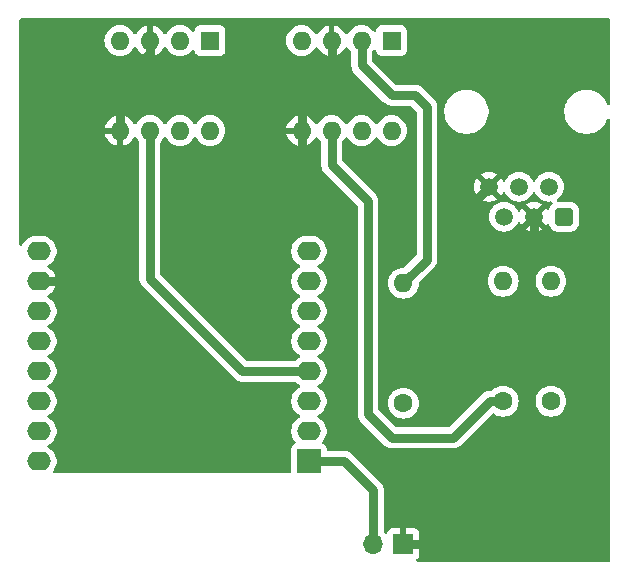
<source format=gtl>
G04 #@! TF.GenerationSoftware,KiCad,Pcbnew,8.0.5*
G04 #@! TF.CreationDate,2025-01-11T16:28:32+01:00*
G04 #@! TF.ProjectId,P1_Extender,50315f45-7874-4656-9e64-65722e6b6963,rev?*
G04 #@! TF.SameCoordinates,Original*
G04 #@! TF.FileFunction,Copper,L1,Top*
G04 #@! TF.FilePolarity,Positive*
%FSLAX46Y46*%
G04 Gerber Fmt 4.6, Leading zero omitted, Abs format (unit mm)*
G04 Created by KiCad (PCBNEW 8.0.5) date 2025-01-11 16:28:32*
%MOMM*%
%LPD*%
G01*
G04 APERTURE LIST*
G04 Aperture macros list*
%AMRoundRect*
0 Rectangle with rounded corners*
0 $1 Rounding radius*
0 $2 $3 $4 $5 $6 $7 $8 $9 X,Y pos of 4 corners*
0 Add a 4 corners polygon primitive as box body*
4,1,4,$2,$3,$4,$5,$6,$7,$8,$9,$2,$3,0*
0 Add four circle primitives for the rounded corners*
1,1,$1+$1,$2,$3*
1,1,$1+$1,$4,$5*
1,1,$1+$1,$6,$7*
1,1,$1+$1,$8,$9*
0 Add four rect primitives between the rounded corners*
20,1,$1+$1,$2,$3,$4,$5,0*
20,1,$1+$1,$4,$5,$6,$7,0*
20,1,$1+$1,$6,$7,$8,$9,0*
20,1,$1+$1,$8,$9,$2,$3,0*%
G04 Aperture macros list end*
G04 #@! TA.AperFunction,ComponentPad*
%ADD10C,1.600000*%
G04 #@! TD*
G04 #@! TA.AperFunction,ComponentPad*
%ADD11O,1.600000X1.600000*%
G04 #@! TD*
G04 #@! TA.AperFunction,ComponentPad*
%ADD12R,1.600000X1.600000*%
G04 #@! TD*
G04 #@! TA.AperFunction,ComponentPad*
%ADD13R,2.000000X2.000000*%
G04 #@! TD*
G04 #@! TA.AperFunction,ComponentPad*
%ADD14O,2.000000X1.600000*%
G04 #@! TD*
G04 #@! TA.AperFunction,ComponentPad*
%ADD15RoundRect,0.250000X0.510000X0.510000X-0.510000X0.510000X-0.510000X-0.510000X0.510000X-0.510000X0*%
G04 #@! TD*
G04 #@! TA.AperFunction,ComponentPad*
%ADD16C,1.520000*%
G04 #@! TD*
G04 #@! TA.AperFunction,ComponentPad*
%ADD17R,1.700000X1.700000*%
G04 #@! TD*
G04 #@! TA.AperFunction,ComponentPad*
%ADD18O,1.700000X1.700000*%
G04 #@! TD*
G04 #@! TA.AperFunction,Conductor*
%ADD19C,0.762000*%
G04 #@! TD*
G04 APERTURE END LIST*
D10*
X147000000Y-105080000D03*
D11*
X147000000Y-94920000D03*
D10*
X159500000Y-104910000D03*
D11*
X159500000Y-94750000D03*
D12*
X146000000Y-74380000D03*
D11*
X143460000Y-74380000D03*
X140920000Y-74380000D03*
X138380000Y-74380000D03*
X138380000Y-82000000D03*
X140920000Y-82000000D03*
X143460000Y-82000000D03*
X146000000Y-82000000D03*
D10*
X155450000Y-104910000D03*
D11*
X155450000Y-94750000D03*
D13*
X139000000Y-110000000D03*
D14*
X139000000Y-107460000D03*
X139000000Y-104920000D03*
X139000000Y-102380000D03*
X139000000Y-99840000D03*
X139000000Y-97300000D03*
X139000000Y-94760000D03*
X139000000Y-92220000D03*
X116140000Y-92220000D03*
X116140000Y-94760000D03*
X116140000Y-97300000D03*
X116140000Y-99840000D03*
X116140000Y-102380000D03*
X116140000Y-104920000D03*
X116140000Y-107460000D03*
X116140000Y-110000000D03*
D12*
X130620000Y-74380000D03*
D11*
X128080000Y-74380000D03*
X125540000Y-74380000D03*
X123000000Y-74380000D03*
X123000000Y-82000000D03*
X125540000Y-82000000D03*
X128080000Y-82000000D03*
X130620000Y-82000000D03*
D15*
X160600000Y-89290000D03*
D16*
X159330000Y-86750000D03*
X158060000Y-89290000D03*
X156790000Y-86750000D03*
X155520000Y-89290000D03*
X154250000Y-86750000D03*
D17*
X147000000Y-117000000D03*
D18*
X144460000Y-117000000D03*
D19*
X141000000Y-77000000D02*
X140920000Y-76920000D01*
X116140000Y-94760000D02*
X118240000Y-94760000D01*
X156500000Y-92500000D02*
X160500000Y-92500000D01*
X140920000Y-76920000D02*
X140920000Y-74380000D01*
X118240000Y-94760000D02*
X119000000Y-94000000D01*
X123000000Y-82000000D02*
X123000000Y-78000000D01*
X119000000Y-90000000D02*
X121000000Y-88000000D01*
X135760000Y-77000000D02*
X124000000Y-77000000D01*
X138380000Y-82000000D02*
X138380000Y-79620000D01*
X123000000Y-78000000D02*
X124000000Y-77000000D01*
X163000000Y-95000000D02*
X163000000Y-114000000D01*
X121000000Y-88000000D02*
X121000000Y-80000000D01*
X152000000Y-90000000D02*
X152000000Y-91000000D01*
X138380000Y-85380000D02*
X142000000Y-89000000D01*
X154250000Y-86750000D02*
X152000000Y-89000000D01*
X124000000Y-77000000D02*
X125540000Y-75460000D01*
X153500000Y-92500000D02*
X156500000Y-92500000D01*
X138380000Y-79620000D02*
X135760000Y-77000000D01*
X152000000Y-117000000D02*
X154000000Y-117000000D01*
X156500000Y-92500000D02*
X158060000Y-90940000D01*
X158060000Y-90940000D02*
X158060000Y-89290000D01*
X121000000Y-80000000D02*
X123000000Y-78000000D01*
X154000000Y-117000000D02*
X147000000Y-117000000D01*
X142000000Y-89000000D02*
X142000000Y-107000000D01*
X163000000Y-114000000D02*
X160000000Y-117000000D01*
X138380000Y-79620000D02*
X141000000Y-77000000D01*
X153000000Y-92000000D02*
X153500000Y-92500000D01*
X152000000Y-89000000D02*
X152000000Y-90000000D01*
X142000000Y-107000000D02*
X152000000Y-117000000D01*
X160500000Y-92500000D02*
X163000000Y-95000000D01*
X125540000Y-75460000D02*
X125540000Y-74380000D01*
X119000000Y-94000000D02*
X119000000Y-90000000D01*
X138380000Y-82000000D02*
X138380000Y-85380000D01*
X152000000Y-91000000D02*
X153000000Y-92000000D01*
X160000000Y-117000000D02*
X154000000Y-117000000D01*
X144460000Y-112460000D02*
X142000000Y-110000000D01*
X144460000Y-117000000D02*
X144460000Y-112460000D01*
X142000000Y-110000000D02*
X139000000Y-110000000D01*
X143460000Y-74380000D02*
X143460000Y-76460000D01*
X148000000Y-79000000D02*
X149000000Y-80000000D01*
X143460000Y-76460000D02*
X146000000Y-79000000D01*
X149000000Y-80000000D02*
X149000000Y-92920000D01*
X149000000Y-92920000D02*
X147000000Y-94920000D01*
X146000000Y-79000000D02*
X148000000Y-79000000D01*
X140920000Y-84920000D02*
X140920000Y-82000000D01*
X144000000Y-88000000D02*
X140920000Y-84920000D01*
X151228630Y-108000000D02*
X146000000Y-108000000D01*
X155450000Y-104910000D02*
X154318630Y-104910000D01*
X154318630Y-104910000D02*
X151228630Y-108000000D01*
X144000000Y-106000000D02*
X144000000Y-88000000D01*
X146000000Y-108000000D02*
X144000000Y-106000000D01*
X125540000Y-82000000D02*
X125540000Y-94540000D01*
X125540000Y-94540000D02*
X133380000Y-102380000D01*
X133380000Y-102380000D02*
X139000000Y-102380000D01*
G04 #@! TA.AperFunction,Conductor*
G36*
X164442539Y-72520185D02*
G01*
X164488294Y-72572989D01*
X164499500Y-72624500D01*
X164499500Y-79702911D01*
X164479815Y-79769950D01*
X164427011Y-79815705D01*
X164357853Y-79825649D01*
X164294297Y-79796624D01*
X164260939Y-79750364D01*
X164185697Y-79568714D01*
X164185692Y-79568705D01*
X164062767Y-79355792D01*
X163913101Y-79160744D01*
X163913096Y-79160738D01*
X163739261Y-78986903D01*
X163739254Y-78986897D01*
X163544212Y-78837236D01*
X163544211Y-78837235D01*
X163544208Y-78837233D01*
X163331292Y-78714306D01*
X163331285Y-78714303D01*
X163104162Y-78620225D01*
X163104155Y-78620223D01*
X163104153Y-78620222D01*
X162866677Y-78556591D01*
X162825939Y-78551227D01*
X162622934Y-78524500D01*
X162622927Y-78524500D01*
X162377073Y-78524500D01*
X162377065Y-78524500D01*
X162145059Y-78555045D01*
X162133323Y-78556591D01*
X161895847Y-78620222D01*
X161895837Y-78620225D01*
X161668714Y-78714303D01*
X161668705Y-78714307D01*
X161455787Y-78837236D01*
X161260745Y-78986897D01*
X161260738Y-78986903D01*
X161086903Y-79160738D01*
X161086897Y-79160745D01*
X160937236Y-79355787D01*
X160814307Y-79568705D01*
X160814303Y-79568714D01*
X160720225Y-79795837D01*
X160720222Y-79795847D01*
X160656592Y-80033320D01*
X160656590Y-80033331D01*
X160624500Y-80277065D01*
X160624500Y-80522934D01*
X160647093Y-80694532D01*
X160656591Y-80766677D01*
X160717832Y-80995232D01*
X160720222Y-81004152D01*
X160720225Y-81004162D01*
X160785264Y-81161179D01*
X160814306Y-81231292D01*
X160937233Y-81444208D01*
X160937235Y-81444211D01*
X160937236Y-81444212D01*
X161086897Y-81639254D01*
X161086903Y-81639261D01*
X161260738Y-81813096D01*
X161260744Y-81813101D01*
X161455792Y-81962767D01*
X161668708Y-82085694D01*
X161895847Y-82179778D01*
X162133323Y-82243409D01*
X162377073Y-82275500D01*
X162377080Y-82275500D01*
X162622920Y-82275500D01*
X162622927Y-82275500D01*
X162866677Y-82243409D01*
X163104153Y-82179778D01*
X163331292Y-82085694D01*
X163544208Y-81962767D01*
X163739256Y-81813101D01*
X163913101Y-81639256D01*
X164062767Y-81444208D01*
X164185694Y-81231292D01*
X164260939Y-81049635D01*
X164304780Y-80995232D01*
X164371074Y-80973167D01*
X164438773Y-80990446D01*
X164486384Y-81041583D01*
X164499500Y-81097088D01*
X164499500Y-118375500D01*
X164479815Y-118442539D01*
X164427011Y-118488294D01*
X164375500Y-118499500D01*
X148189269Y-118499500D01*
X148122230Y-118479815D01*
X148076475Y-118427011D01*
X148066531Y-118357853D01*
X148095556Y-118294297D01*
X148114958Y-118276234D01*
X148207187Y-118207190D01*
X148207190Y-118207187D01*
X148293350Y-118092093D01*
X148293354Y-118092086D01*
X148343596Y-117957379D01*
X148343598Y-117957372D01*
X148349999Y-117897844D01*
X148350000Y-117897827D01*
X148350000Y-117250000D01*
X147433012Y-117250000D01*
X147465925Y-117192993D01*
X147500000Y-117065826D01*
X147500000Y-116934174D01*
X147465925Y-116807007D01*
X147433012Y-116750000D01*
X148350000Y-116750000D01*
X148350000Y-116102172D01*
X148349999Y-116102155D01*
X148343598Y-116042627D01*
X148343596Y-116042620D01*
X148293354Y-115907913D01*
X148293350Y-115907906D01*
X148207190Y-115792812D01*
X148207187Y-115792809D01*
X148092093Y-115706649D01*
X148092086Y-115706645D01*
X147957379Y-115656403D01*
X147957372Y-115656401D01*
X147897844Y-115650000D01*
X147250000Y-115650000D01*
X147250000Y-116566988D01*
X147192993Y-116534075D01*
X147065826Y-116500000D01*
X146934174Y-116500000D01*
X146807007Y-116534075D01*
X146750000Y-116566988D01*
X146750000Y-115650000D01*
X146102155Y-115650000D01*
X146042627Y-115656401D01*
X146042620Y-115656403D01*
X145907913Y-115706645D01*
X145907906Y-115706649D01*
X145792812Y-115792809D01*
X145792809Y-115792812D01*
X145706649Y-115907906D01*
X145706645Y-115907913D01*
X145657578Y-116039470D01*
X145615707Y-116095404D01*
X145550242Y-116119821D01*
X145481969Y-116104969D01*
X145453715Y-116083818D01*
X145377819Y-116007922D01*
X145344334Y-115946599D01*
X145341500Y-115920241D01*
X145341500Y-112373177D01*
X145307625Y-112202881D01*
X145307624Y-112202880D01*
X145307624Y-112202876D01*
X145307622Y-112202871D01*
X145241178Y-112042459D01*
X145241171Y-112042446D01*
X145144707Y-111898078D01*
X145144706Y-111898077D01*
X145021923Y-111775294D01*
X142561927Y-109315296D01*
X142561926Y-109315295D01*
X142417543Y-109218822D01*
X142257128Y-109152377D01*
X142257118Y-109152374D01*
X142086823Y-109118500D01*
X142086821Y-109118500D01*
X142086820Y-109118500D01*
X140624499Y-109118500D01*
X140557460Y-109098815D01*
X140511705Y-109046011D01*
X140500499Y-108994500D01*
X140500499Y-108952129D01*
X140500498Y-108952123D01*
X140500497Y-108952116D01*
X140494091Y-108892517D01*
X140492299Y-108887713D01*
X140443797Y-108757671D01*
X140443793Y-108757664D01*
X140357547Y-108642455D01*
X140357544Y-108642452D01*
X140242335Y-108556206D01*
X140242330Y-108556203D01*
X140205083Y-108542311D01*
X140149150Y-108500439D01*
X140124733Y-108434975D01*
X140139585Y-108366702D01*
X140160731Y-108338453D01*
X140191966Y-108307219D01*
X140312287Y-108141610D01*
X140405220Y-107959219D01*
X140468477Y-107764534D01*
X140500500Y-107562352D01*
X140500500Y-107357648D01*
X140468477Y-107155466D01*
X140405220Y-106960781D01*
X140405218Y-106960778D01*
X140405218Y-106960776D01*
X140371503Y-106894607D01*
X140312287Y-106778390D01*
X140304556Y-106767749D01*
X140191971Y-106612786D01*
X140047213Y-106468028D01*
X139881614Y-106347715D01*
X139875006Y-106344348D01*
X139788917Y-106300483D01*
X139738123Y-106252511D01*
X139721328Y-106184690D01*
X139743865Y-106118555D01*
X139788917Y-106079516D01*
X139881610Y-106032287D01*
X139902770Y-106016913D01*
X140047213Y-105911971D01*
X140047215Y-105911968D01*
X140047219Y-105911966D01*
X140191966Y-105767219D01*
X140191968Y-105767215D01*
X140191971Y-105767213D01*
X140288122Y-105634870D01*
X140312287Y-105601610D01*
X140405220Y-105419219D01*
X140468477Y-105224534D01*
X140500500Y-105022352D01*
X140500500Y-104817648D01*
X140468477Y-104615466D01*
X140405220Y-104420781D01*
X140405218Y-104420778D01*
X140405218Y-104420776D01*
X140321905Y-104257267D01*
X140312287Y-104238390D01*
X140302772Y-104225294D01*
X140191971Y-104072786D01*
X140047213Y-103928028D01*
X139881614Y-103807715D01*
X139826105Y-103779432D01*
X139788917Y-103760483D01*
X139738123Y-103712511D01*
X139721328Y-103644690D01*
X139743865Y-103578555D01*
X139788917Y-103539516D01*
X139881610Y-103492287D01*
X139902770Y-103476913D01*
X140047213Y-103371971D01*
X140047215Y-103371968D01*
X140047219Y-103371966D01*
X140191966Y-103227219D01*
X140191968Y-103227215D01*
X140191971Y-103227213D01*
X140310038Y-103064705D01*
X140312287Y-103061610D01*
X140405220Y-102879219D01*
X140468477Y-102684534D01*
X140500500Y-102482352D01*
X140500500Y-102277648D01*
X140468477Y-102075466D01*
X140405220Y-101880781D01*
X140405218Y-101880778D01*
X140405218Y-101880776D01*
X140371503Y-101814607D01*
X140312287Y-101698390D01*
X140304556Y-101687749D01*
X140191971Y-101532786D01*
X140047213Y-101388028D01*
X139881614Y-101267715D01*
X139875006Y-101264348D01*
X139788917Y-101220483D01*
X139738123Y-101172511D01*
X139721328Y-101104690D01*
X139743865Y-101038555D01*
X139788917Y-100999516D01*
X139881610Y-100952287D01*
X139902770Y-100936913D01*
X140047213Y-100831971D01*
X140047215Y-100831968D01*
X140047219Y-100831966D01*
X140191966Y-100687219D01*
X140191968Y-100687215D01*
X140191971Y-100687213D01*
X140244732Y-100614590D01*
X140312287Y-100521610D01*
X140405220Y-100339219D01*
X140468477Y-100144534D01*
X140500500Y-99942352D01*
X140500500Y-99737648D01*
X140468477Y-99535466D01*
X140405220Y-99340781D01*
X140405218Y-99340778D01*
X140405218Y-99340776D01*
X140371503Y-99274607D01*
X140312287Y-99158390D01*
X140304556Y-99147749D01*
X140191971Y-98992786D01*
X140047213Y-98848028D01*
X139881614Y-98727715D01*
X139875006Y-98724348D01*
X139788917Y-98680483D01*
X139738123Y-98632511D01*
X139721328Y-98564690D01*
X139743865Y-98498555D01*
X139788917Y-98459516D01*
X139881610Y-98412287D01*
X139902770Y-98396913D01*
X140047213Y-98291971D01*
X140047215Y-98291968D01*
X140047219Y-98291966D01*
X140191966Y-98147219D01*
X140191968Y-98147215D01*
X140191971Y-98147213D01*
X140244732Y-98074590D01*
X140312287Y-97981610D01*
X140405220Y-97799219D01*
X140468477Y-97604534D01*
X140500500Y-97402352D01*
X140500500Y-97197648D01*
X140468477Y-96995466D01*
X140405220Y-96800781D01*
X140405218Y-96800778D01*
X140405218Y-96800776D01*
X140371503Y-96734607D01*
X140312287Y-96618390D01*
X140304556Y-96607749D01*
X140191971Y-96452786D01*
X140047213Y-96308028D01*
X139881614Y-96187715D01*
X139875006Y-96184348D01*
X139788917Y-96140483D01*
X139738123Y-96092511D01*
X139721328Y-96024690D01*
X139743865Y-95958555D01*
X139788917Y-95919516D01*
X139881610Y-95872287D01*
X139902770Y-95856913D01*
X140047213Y-95751971D01*
X140047215Y-95751968D01*
X140047219Y-95751966D01*
X140191966Y-95607219D01*
X140191968Y-95607215D01*
X140191971Y-95607213D01*
X140244732Y-95534590D01*
X140312287Y-95441610D01*
X140405220Y-95259219D01*
X140468477Y-95064534D01*
X140500500Y-94862352D01*
X140500500Y-94657648D01*
X140478889Y-94521206D01*
X140468477Y-94455465D01*
X140419104Y-94303511D01*
X140405220Y-94260781D01*
X140405218Y-94260778D01*
X140405218Y-94260776D01*
X140348706Y-94149866D01*
X140312287Y-94078390D01*
X140304556Y-94067749D01*
X140191971Y-93912786D01*
X140047213Y-93768028D01*
X139881614Y-93647715D01*
X139826105Y-93619432D01*
X139788917Y-93600483D01*
X139738123Y-93552511D01*
X139721328Y-93484690D01*
X139743865Y-93418555D01*
X139788917Y-93379516D01*
X139881610Y-93332287D01*
X139902770Y-93316913D01*
X140047213Y-93211971D01*
X140047215Y-93211968D01*
X140047219Y-93211966D01*
X140191966Y-93067219D01*
X140191968Y-93067215D01*
X140191971Y-93067213D01*
X140244732Y-92994590D01*
X140312287Y-92901610D01*
X140405220Y-92719219D01*
X140468477Y-92524534D01*
X140500500Y-92322352D01*
X140500500Y-92117648D01*
X140468477Y-91915466D01*
X140405220Y-91720781D01*
X140405218Y-91720778D01*
X140405218Y-91720776D01*
X140371503Y-91654607D01*
X140312287Y-91538390D01*
X140304556Y-91527749D01*
X140191971Y-91372786D01*
X140047213Y-91228028D01*
X139881613Y-91107715D01*
X139881612Y-91107714D01*
X139881610Y-91107713D01*
X139824653Y-91078691D01*
X139699223Y-91014781D01*
X139504534Y-90951522D01*
X139329995Y-90923878D01*
X139302352Y-90919500D01*
X138697648Y-90919500D01*
X138673329Y-90923351D01*
X138495465Y-90951522D01*
X138300776Y-91014781D01*
X138118386Y-91107715D01*
X137952786Y-91228028D01*
X137808028Y-91372786D01*
X137687715Y-91538386D01*
X137594781Y-91720776D01*
X137531522Y-91915465D01*
X137499500Y-92117648D01*
X137499500Y-92322351D01*
X137531522Y-92524534D01*
X137594781Y-92719223D01*
X137687715Y-92901613D01*
X137808028Y-93067213D01*
X137952786Y-93211971D01*
X138107749Y-93324556D01*
X138118390Y-93332287D01*
X138209840Y-93378883D01*
X138211080Y-93379515D01*
X138261876Y-93427490D01*
X138278671Y-93495311D01*
X138256134Y-93561446D01*
X138211080Y-93600485D01*
X138118386Y-93647715D01*
X137952786Y-93768028D01*
X137808028Y-93912786D01*
X137687715Y-94078386D01*
X137594781Y-94260776D01*
X137531522Y-94455465D01*
X137499500Y-94657648D01*
X137499500Y-94862351D01*
X137531522Y-95064534D01*
X137594781Y-95259223D01*
X137687715Y-95441613D01*
X137808028Y-95607213D01*
X137952786Y-95751971D01*
X138107749Y-95864556D01*
X138118390Y-95872287D01*
X138209840Y-95918883D01*
X138211080Y-95919515D01*
X138261876Y-95967490D01*
X138278671Y-96035311D01*
X138256134Y-96101446D01*
X138211080Y-96140485D01*
X138118386Y-96187715D01*
X137952786Y-96308028D01*
X137808028Y-96452786D01*
X137687715Y-96618386D01*
X137594781Y-96800776D01*
X137531522Y-96995465D01*
X137499500Y-97197648D01*
X137499500Y-97402351D01*
X137531522Y-97604534D01*
X137594781Y-97799223D01*
X137687715Y-97981613D01*
X137808028Y-98147213D01*
X137952786Y-98291971D01*
X138107749Y-98404556D01*
X138118390Y-98412287D01*
X138209840Y-98458883D01*
X138211080Y-98459515D01*
X138261876Y-98507490D01*
X138278671Y-98575311D01*
X138256134Y-98641446D01*
X138211080Y-98680485D01*
X138118386Y-98727715D01*
X137952786Y-98848028D01*
X137808028Y-98992786D01*
X137687715Y-99158386D01*
X137594781Y-99340776D01*
X137531522Y-99535465D01*
X137499500Y-99737648D01*
X137499500Y-99942351D01*
X137531522Y-100144534D01*
X137594781Y-100339223D01*
X137687715Y-100521613D01*
X137808028Y-100687213D01*
X137952786Y-100831971D01*
X138107749Y-100944556D01*
X138118390Y-100952287D01*
X138209840Y-100998883D01*
X138211080Y-100999515D01*
X138261876Y-101047490D01*
X138278671Y-101115311D01*
X138256134Y-101181446D01*
X138211080Y-101220485D01*
X138118386Y-101267715D01*
X137952786Y-101388028D01*
X137952782Y-101388032D01*
X137878634Y-101462181D01*
X137817311Y-101495666D01*
X137790953Y-101498500D01*
X133796491Y-101498500D01*
X133729452Y-101478815D01*
X133708810Y-101462181D01*
X126457819Y-94211189D01*
X126424334Y-94149866D01*
X126421500Y-94123508D01*
X126421500Y-83009048D01*
X126441185Y-82942009D01*
X126457814Y-82921371D01*
X126540047Y-82839139D01*
X126670568Y-82652734D01*
X126697618Y-82594724D01*
X126743790Y-82542285D01*
X126810983Y-82523133D01*
X126877865Y-82543348D01*
X126922382Y-82594725D01*
X126949429Y-82652728D01*
X126949432Y-82652734D01*
X127079954Y-82839141D01*
X127240858Y-83000045D01*
X127240861Y-83000047D01*
X127427266Y-83130568D01*
X127633504Y-83226739D01*
X127853308Y-83285635D01*
X128015230Y-83299801D01*
X128079998Y-83305468D01*
X128080000Y-83305468D01*
X128080002Y-83305468D01*
X128136673Y-83300509D01*
X128306692Y-83285635D01*
X128526496Y-83226739D01*
X128732734Y-83130568D01*
X128919139Y-83000047D01*
X129080047Y-82839139D01*
X129210568Y-82652734D01*
X129237618Y-82594724D01*
X129283790Y-82542285D01*
X129350983Y-82523133D01*
X129417865Y-82543348D01*
X129462382Y-82594725D01*
X129489429Y-82652728D01*
X129489432Y-82652734D01*
X129619954Y-82839141D01*
X129780858Y-83000045D01*
X129780861Y-83000047D01*
X129967266Y-83130568D01*
X130173504Y-83226739D01*
X130393308Y-83285635D01*
X130555230Y-83299801D01*
X130619998Y-83305468D01*
X130620000Y-83305468D01*
X130620002Y-83305468D01*
X130676673Y-83300509D01*
X130846692Y-83285635D01*
X131066496Y-83226739D01*
X131272734Y-83130568D01*
X131459139Y-83000047D01*
X131620047Y-82839139D01*
X131750568Y-82652734D01*
X131846739Y-82446496D01*
X131905635Y-82226692D01*
X131925468Y-82000000D01*
X131905635Y-81773308D01*
X131899389Y-81749999D01*
X137101127Y-81749999D01*
X137101128Y-81750000D01*
X138064314Y-81750000D01*
X138059920Y-81754394D01*
X138007259Y-81845606D01*
X137980000Y-81947339D01*
X137980000Y-82052661D01*
X138007259Y-82154394D01*
X138059920Y-82245606D01*
X138064314Y-82250000D01*
X137101128Y-82250000D01*
X137153730Y-82446317D01*
X137153734Y-82446326D01*
X137249865Y-82652482D01*
X137380342Y-82838820D01*
X137541179Y-82999657D01*
X137727517Y-83130134D01*
X137933673Y-83226265D01*
X137933682Y-83226269D01*
X138129999Y-83278872D01*
X138130000Y-83278871D01*
X138130000Y-82315686D01*
X138134394Y-82320080D01*
X138225606Y-82372741D01*
X138327339Y-82400000D01*
X138432661Y-82400000D01*
X138534394Y-82372741D01*
X138625606Y-82320080D01*
X138630000Y-82315686D01*
X138630000Y-83278872D01*
X138826317Y-83226269D01*
X138826326Y-83226265D01*
X139032482Y-83130134D01*
X139218820Y-82999657D01*
X139379657Y-82838820D01*
X139510132Y-82652484D01*
X139537341Y-82594134D01*
X139583513Y-82541695D01*
X139650707Y-82522542D01*
X139717588Y-82542757D01*
X139762106Y-82594133D01*
X139789431Y-82652732D01*
X139789432Y-82652734D01*
X139919951Y-82839137D01*
X139919952Y-82839138D01*
X139919953Y-82839139D01*
X140002182Y-82921368D01*
X140035666Y-82982689D01*
X140038500Y-83009048D01*
X140038500Y-84833179D01*
X140038500Y-85006821D01*
X140038500Y-85006823D01*
X140038499Y-85006823D01*
X140072374Y-85177118D01*
X140072377Y-85177128D01*
X140138822Y-85337543D01*
X140235295Y-85481926D01*
X140235296Y-85481927D01*
X143082181Y-88328810D01*
X143115666Y-88390133D01*
X143118500Y-88416491D01*
X143118500Y-105913179D01*
X143118500Y-106086821D01*
X143118500Y-106086823D01*
X143118499Y-106086823D01*
X143152374Y-106257118D01*
X143152377Y-106257128D01*
X143218822Y-106417543D01*
X143315295Y-106561926D01*
X145438073Y-108684704D01*
X145582456Y-108781177D01*
X145742871Y-108847622D01*
X145742876Y-108847624D01*
X145742880Y-108847624D01*
X145742881Y-108847625D01*
X145913176Y-108881500D01*
X145913179Y-108881500D01*
X151315453Y-108881500D01*
X151430023Y-108858709D01*
X151485754Y-108847624D01*
X151565965Y-108814399D01*
X151646173Y-108781177D01*
X151646174Y-108781176D01*
X151646177Y-108781175D01*
X151790554Y-108684706D01*
X154510441Y-105964818D01*
X154571762Y-105931335D01*
X154641454Y-105936319D01*
X154669242Y-105950925D01*
X154797266Y-106040568D01*
X155003504Y-106136739D01*
X155223308Y-106195635D01*
X155385230Y-106209801D01*
X155449998Y-106215468D01*
X155450000Y-106215468D01*
X155450002Y-106215468D01*
X155506673Y-106210509D01*
X155676692Y-106195635D01*
X155896496Y-106136739D01*
X156102734Y-106040568D01*
X156289139Y-105910047D01*
X156450047Y-105749139D01*
X156580568Y-105562734D01*
X156676739Y-105356496D01*
X156735635Y-105136692D01*
X156755468Y-104910000D01*
X156755468Y-104909998D01*
X158194532Y-104909998D01*
X158194532Y-104910001D01*
X158214364Y-105136686D01*
X158214366Y-105136697D01*
X158273258Y-105356488D01*
X158273261Y-105356497D01*
X158369431Y-105562732D01*
X158369432Y-105562734D01*
X158499954Y-105749141D01*
X158660858Y-105910045D01*
X158660861Y-105910047D01*
X158847266Y-106040568D01*
X159053504Y-106136739D01*
X159273308Y-106195635D01*
X159435230Y-106209801D01*
X159499998Y-106215468D01*
X159500000Y-106215468D01*
X159500002Y-106215468D01*
X159556673Y-106210509D01*
X159726692Y-106195635D01*
X159946496Y-106136739D01*
X160152734Y-106040568D01*
X160339139Y-105910047D01*
X160500047Y-105749139D01*
X160630568Y-105562734D01*
X160726739Y-105356496D01*
X160785635Y-105136692D01*
X160805468Y-104910000D01*
X160785635Y-104683308D01*
X160726739Y-104463504D01*
X160630568Y-104257266D01*
X160500047Y-104070861D01*
X160500045Y-104070858D01*
X160339141Y-103909954D01*
X160152734Y-103779432D01*
X160152732Y-103779431D01*
X159946497Y-103683261D01*
X159946488Y-103683258D01*
X159726697Y-103624366D01*
X159726693Y-103624365D01*
X159726692Y-103624365D01*
X159726691Y-103624364D01*
X159726686Y-103624364D01*
X159500002Y-103604532D01*
X159499998Y-103604532D01*
X159273313Y-103624364D01*
X159273302Y-103624366D01*
X159053511Y-103683258D01*
X159053502Y-103683261D01*
X158847267Y-103779431D01*
X158847265Y-103779432D01*
X158660858Y-103909954D01*
X158499954Y-104070858D01*
X158369432Y-104257265D01*
X158369431Y-104257267D01*
X158273261Y-104463502D01*
X158273258Y-104463511D01*
X158214366Y-104683302D01*
X158214364Y-104683313D01*
X158194532Y-104909998D01*
X156755468Y-104909998D01*
X156735635Y-104683308D01*
X156676739Y-104463504D01*
X156580568Y-104257266D01*
X156450047Y-104070861D01*
X156450045Y-104070858D01*
X156289141Y-103909954D01*
X156102734Y-103779432D01*
X156102732Y-103779431D01*
X155896497Y-103683261D01*
X155896488Y-103683258D01*
X155676697Y-103624366D01*
X155676693Y-103624365D01*
X155676692Y-103624365D01*
X155676691Y-103624364D01*
X155676686Y-103624364D01*
X155450002Y-103604532D01*
X155449998Y-103604532D01*
X155223313Y-103624364D01*
X155223302Y-103624366D01*
X155003511Y-103683258D01*
X155003502Y-103683261D01*
X154797267Y-103779431D01*
X154797265Y-103779432D01*
X154610862Y-103909951D01*
X154571383Y-103949431D01*
X154528631Y-103992182D01*
X154467311Y-104025666D01*
X154440952Y-104028500D01*
X154231804Y-104028500D01*
X154061513Y-104062373D01*
X154061505Y-104062375D01*
X153948070Y-104109362D01*
X153948069Y-104109362D01*
X153901090Y-104128821D01*
X153901085Y-104128823D01*
X153901083Y-104128825D01*
X153880214Y-104142768D01*
X153880074Y-104142863D01*
X153880073Y-104142862D01*
X153756703Y-104225295D01*
X153756700Y-104225298D01*
X150899819Y-107082181D01*
X150838496Y-107115666D01*
X150812138Y-107118500D01*
X146416492Y-107118500D01*
X146349453Y-107098815D01*
X146328811Y-107082181D01*
X144917819Y-105671189D01*
X144884334Y-105609866D01*
X144881500Y-105583508D01*
X144881500Y-105079998D01*
X145694532Y-105079998D01*
X145694532Y-105080001D01*
X145714364Y-105306686D01*
X145714366Y-105306697D01*
X145773258Y-105526488D01*
X145773261Y-105526497D01*
X145869431Y-105732732D01*
X145869432Y-105732734D01*
X145999954Y-105919141D01*
X146160858Y-106080045D01*
X146160861Y-106080047D01*
X146347266Y-106210568D01*
X146553504Y-106306739D01*
X146773308Y-106365635D01*
X146935230Y-106379801D01*
X146999998Y-106385468D01*
X147000000Y-106385468D01*
X147000002Y-106385468D01*
X147056673Y-106380509D01*
X147226692Y-106365635D01*
X147446496Y-106306739D01*
X147652734Y-106210568D01*
X147839139Y-106080047D01*
X148000047Y-105919139D01*
X148130568Y-105732734D01*
X148226739Y-105526496D01*
X148285635Y-105306692D01*
X148305468Y-105080000D01*
X148285635Y-104853308D01*
X148226739Y-104633504D01*
X148130568Y-104427266D01*
X148000047Y-104240861D01*
X148000045Y-104240858D01*
X147839141Y-104079954D01*
X147652734Y-103949432D01*
X147652732Y-103949431D01*
X147446497Y-103853261D01*
X147446488Y-103853258D01*
X147226697Y-103794366D01*
X147226693Y-103794365D01*
X147226692Y-103794365D01*
X147226691Y-103794364D01*
X147226686Y-103794364D01*
X147000002Y-103774532D01*
X146999998Y-103774532D01*
X146773313Y-103794364D01*
X146773302Y-103794366D01*
X146553511Y-103853258D01*
X146553502Y-103853261D01*
X146347267Y-103949431D01*
X146347265Y-103949432D01*
X146160858Y-104079954D01*
X145999954Y-104240858D01*
X145869432Y-104427265D01*
X145869431Y-104427267D01*
X145773261Y-104633502D01*
X145773258Y-104633511D01*
X145714366Y-104853302D01*
X145714364Y-104853313D01*
X145694532Y-105079998D01*
X144881500Y-105079998D01*
X144881500Y-87913178D01*
X144881499Y-87913174D01*
X144868097Y-87845796D01*
X144847625Y-87742876D01*
X144783499Y-87588065D01*
X144781856Y-87583473D01*
X144781175Y-87582453D01*
X144684706Y-87438077D01*
X144561923Y-87315294D01*
X143299876Y-86053247D01*
X141837819Y-84591189D01*
X141804334Y-84529866D01*
X141801500Y-84503508D01*
X141801500Y-83009048D01*
X141821185Y-82942009D01*
X141837814Y-82921371D01*
X141920047Y-82839139D01*
X142050568Y-82652734D01*
X142077618Y-82594724D01*
X142123790Y-82542285D01*
X142190983Y-82523133D01*
X142257865Y-82543348D01*
X142302382Y-82594725D01*
X142329429Y-82652728D01*
X142329432Y-82652734D01*
X142459954Y-82839141D01*
X142620858Y-83000045D01*
X142620861Y-83000047D01*
X142807266Y-83130568D01*
X143013504Y-83226739D01*
X143233308Y-83285635D01*
X143395230Y-83299801D01*
X143459998Y-83305468D01*
X143460000Y-83305468D01*
X143460002Y-83305468D01*
X143516673Y-83300509D01*
X143686692Y-83285635D01*
X143906496Y-83226739D01*
X144112734Y-83130568D01*
X144299139Y-83000047D01*
X144460047Y-82839139D01*
X144590568Y-82652734D01*
X144617618Y-82594724D01*
X144663790Y-82542285D01*
X144730983Y-82523133D01*
X144797865Y-82543348D01*
X144842382Y-82594725D01*
X144869429Y-82652728D01*
X144869432Y-82652734D01*
X144999954Y-82839141D01*
X145160858Y-83000045D01*
X145160861Y-83000047D01*
X145347266Y-83130568D01*
X145553504Y-83226739D01*
X145773308Y-83285635D01*
X145935230Y-83299801D01*
X145999998Y-83305468D01*
X146000000Y-83305468D01*
X146000002Y-83305468D01*
X146056673Y-83300509D01*
X146226692Y-83285635D01*
X146446496Y-83226739D01*
X146652734Y-83130568D01*
X146839139Y-83000047D01*
X147000047Y-82839139D01*
X147130568Y-82652734D01*
X147226739Y-82446496D01*
X147285635Y-82226692D01*
X147305468Y-82000000D01*
X147285635Y-81773308D01*
X147226739Y-81553504D01*
X147130568Y-81347266D01*
X147000047Y-81160861D01*
X147000045Y-81160858D01*
X146839141Y-80999954D01*
X146652734Y-80869432D01*
X146652732Y-80869431D01*
X146446497Y-80773261D01*
X146446488Y-80773258D01*
X146226697Y-80714366D01*
X146226693Y-80714365D01*
X146226692Y-80714365D01*
X146226691Y-80714364D01*
X146226686Y-80714364D01*
X146000002Y-80694532D01*
X145999998Y-80694532D01*
X145773313Y-80714364D01*
X145773302Y-80714366D01*
X145553511Y-80773258D01*
X145553502Y-80773261D01*
X145347267Y-80869431D01*
X145347265Y-80869432D01*
X145160858Y-80999954D01*
X144999954Y-81160858D01*
X144869432Y-81347265D01*
X144869431Y-81347267D01*
X144842382Y-81405275D01*
X144796209Y-81457714D01*
X144729016Y-81476866D01*
X144662135Y-81456650D01*
X144617618Y-81405275D01*
X144590686Y-81347520D01*
X144590568Y-81347266D01*
X144460047Y-81160861D01*
X144460045Y-81160858D01*
X144299141Y-80999954D01*
X144112734Y-80869432D01*
X144112732Y-80869431D01*
X143906497Y-80773261D01*
X143906488Y-80773258D01*
X143686697Y-80714366D01*
X143686693Y-80714365D01*
X143686692Y-80714365D01*
X143686691Y-80714364D01*
X143686686Y-80714364D01*
X143460002Y-80694532D01*
X143459998Y-80694532D01*
X143233313Y-80714364D01*
X143233302Y-80714366D01*
X143013511Y-80773258D01*
X143013502Y-80773261D01*
X142807267Y-80869431D01*
X142807265Y-80869432D01*
X142620858Y-80999954D01*
X142459954Y-81160858D01*
X142329432Y-81347265D01*
X142329431Y-81347267D01*
X142302382Y-81405275D01*
X142256209Y-81457714D01*
X142189016Y-81476866D01*
X142122135Y-81456650D01*
X142077618Y-81405275D01*
X142050686Y-81347520D01*
X142050568Y-81347266D01*
X141920047Y-81160861D01*
X141920045Y-81160858D01*
X141759141Y-80999954D01*
X141572734Y-80869432D01*
X141572732Y-80869431D01*
X141366497Y-80773261D01*
X141366488Y-80773258D01*
X141146697Y-80714366D01*
X141146693Y-80714365D01*
X141146692Y-80714365D01*
X141146691Y-80714364D01*
X141146686Y-80714364D01*
X140920002Y-80694532D01*
X140919998Y-80694532D01*
X140693313Y-80714364D01*
X140693302Y-80714366D01*
X140473511Y-80773258D01*
X140473502Y-80773261D01*
X140267267Y-80869431D01*
X140267265Y-80869432D01*
X140080858Y-80999954D01*
X139919954Y-81160858D01*
X139789433Y-81347264D01*
X139789432Y-81347266D01*
X139789315Y-81347518D01*
X139762106Y-81405867D01*
X139715933Y-81458306D01*
X139648739Y-81477457D01*
X139581858Y-81457241D01*
X139537342Y-81405865D01*
X139510135Y-81347520D01*
X139510134Y-81347518D01*
X139379657Y-81161179D01*
X139218820Y-81000342D01*
X139032482Y-80869865D01*
X138826328Y-80773734D01*
X138630000Y-80721127D01*
X138630000Y-81684314D01*
X138625606Y-81679920D01*
X138534394Y-81627259D01*
X138432661Y-81600000D01*
X138327339Y-81600000D01*
X138225606Y-81627259D01*
X138134394Y-81679920D01*
X138130000Y-81684314D01*
X138130000Y-80721127D01*
X137933671Y-80773734D01*
X137727517Y-80869865D01*
X137541179Y-81000342D01*
X137380342Y-81161179D01*
X137249865Y-81347517D01*
X137153734Y-81553673D01*
X137153730Y-81553682D01*
X137101127Y-81749999D01*
X131899389Y-81749999D01*
X131846739Y-81553504D01*
X131750568Y-81347266D01*
X131620047Y-81160861D01*
X131620045Y-81160858D01*
X131459141Y-80999954D01*
X131272734Y-80869432D01*
X131272732Y-80869431D01*
X131066497Y-80773261D01*
X131066488Y-80773258D01*
X130846697Y-80714366D01*
X130846693Y-80714365D01*
X130846692Y-80714365D01*
X130846691Y-80714364D01*
X130846686Y-80714364D01*
X130620002Y-80694532D01*
X130619998Y-80694532D01*
X130393313Y-80714364D01*
X130393302Y-80714366D01*
X130173511Y-80773258D01*
X130173502Y-80773261D01*
X129967267Y-80869431D01*
X129967265Y-80869432D01*
X129780858Y-80999954D01*
X129619954Y-81160858D01*
X129489432Y-81347265D01*
X129489431Y-81347267D01*
X129462382Y-81405275D01*
X129416209Y-81457714D01*
X129349016Y-81476866D01*
X129282135Y-81456650D01*
X129237618Y-81405275D01*
X129210686Y-81347520D01*
X129210568Y-81347266D01*
X129080047Y-81160861D01*
X129080045Y-81160858D01*
X128919141Y-80999954D01*
X128732734Y-80869432D01*
X128732732Y-80869431D01*
X128526497Y-80773261D01*
X128526488Y-80773258D01*
X128306697Y-80714366D01*
X128306693Y-80714365D01*
X128306692Y-80714365D01*
X128306691Y-80714364D01*
X128306686Y-80714364D01*
X128080002Y-80694532D01*
X128079998Y-80694532D01*
X127853313Y-80714364D01*
X127853302Y-80714366D01*
X127633511Y-80773258D01*
X127633502Y-80773261D01*
X127427267Y-80869431D01*
X127427265Y-80869432D01*
X127240858Y-80999954D01*
X127079954Y-81160858D01*
X126949432Y-81347265D01*
X126949431Y-81347267D01*
X126922382Y-81405275D01*
X126876209Y-81457714D01*
X126809016Y-81476866D01*
X126742135Y-81456650D01*
X126697618Y-81405275D01*
X126670686Y-81347520D01*
X126670568Y-81347266D01*
X126540047Y-81160861D01*
X126540045Y-81160858D01*
X126379141Y-80999954D01*
X126192734Y-80869432D01*
X126192732Y-80869431D01*
X125986497Y-80773261D01*
X125986488Y-80773258D01*
X125766697Y-80714366D01*
X125766693Y-80714365D01*
X125766692Y-80714365D01*
X125766691Y-80714364D01*
X125766686Y-80714364D01*
X125540002Y-80694532D01*
X125539998Y-80694532D01*
X125313313Y-80714364D01*
X125313302Y-80714366D01*
X125093511Y-80773258D01*
X125093502Y-80773261D01*
X124887267Y-80869431D01*
X124887265Y-80869432D01*
X124700858Y-80999954D01*
X124539954Y-81160858D01*
X124409433Y-81347264D01*
X124409432Y-81347266D01*
X124409315Y-81347518D01*
X124382106Y-81405867D01*
X124335933Y-81458306D01*
X124268739Y-81477457D01*
X124201858Y-81457241D01*
X124157342Y-81405865D01*
X124130135Y-81347520D01*
X124130134Y-81347518D01*
X123999657Y-81161179D01*
X123838820Y-81000342D01*
X123652482Y-80869865D01*
X123446328Y-80773734D01*
X123250000Y-80721127D01*
X123250000Y-81684314D01*
X123245606Y-81679920D01*
X123154394Y-81627259D01*
X123052661Y-81600000D01*
X122947339Y-81600000D01*
X122845606Y-81627259D01*
X122754394Y-81679920D01*
X122750000Y-81684314D01*
X122750000Y-80721127D01*
X122553671Y-80773734D01*
X122347517Y-80869865D01*
X122161179Y-81000342D01*
X122000342Y-81161179D01*
X121869865Y-81347517D01*
X121773734Y-81553673D01*
X121773730Y-81553682D01*
X121721127Y-81749999D01*
X121721128Y-81750000D01*
X122684314Y-81750000D01*
X122679920Y-81754394D01*
X122627259Y-81845606D01*
X122600000Y-81947339D01*
X122600000Y-82052661D01*
X122627259Y-82154394D01*
X122679920Y-82245606D01*
X122684314Y-82250000D01*
X121721128Y-82250000D01*
X121773730Y-82446317D01*
X121773734Y-82446326D01*
X121869865Y-82652482D01*
X122000342Y-82838820D01*
X122161179Y-82999657D01*
X122347517Y-83130134D01*
X122553673Y-83226265D01*
X122553682Y-83226269D01*
X122749999Y-83278872D01*
X122750000Y-83278871D01*
X122750000Y-82315686D01*
X122754394Y-82320080D01*
X122845606Y-82372741D01*
X122947339Y-82400000D01*
X123052661Y-82400000D01*
X123154394Y-82372741D01*
X123245606Y-82320080D01*
X123250000Y-82315686D01*
X123250000Y-83278872D01*
X123446317Y-83226269D01*
X123446326Y-83226265D01*
X123652482Y-83130134D01*
X123838820Y-82999657D01*
X123999657Y-82838820D01*
X124130132Y-82652484D01*
X124157341Y-82594134D01*
X124203513Y-82541695D01*
X124270707Y-82522542D01*
X124337588Y-82542757D01*
X124382106Y-82594133D01*
X124409431Y-82652732D01*
X124409432Y-82652734D01*
X124539951Y-82839137D01*
X124539952Y-82839138D01*
X124539953Y-82839139D01*
X124622182Y-82921368D01*
X124655666Y-82982689D01*
X124658500Y-83009048D01*
X124658500Y-94453179D01*
X124658500Y-94626821D01*
X124658500Y-94626823D01*
X124658499Y-94626823D01*
X124692374Y-94797118D01*
X124692377Y-94797128D01*
X124758822Y-94957543D01*
X124855295Y-95101926D01*
X124855296Y-95101927D01*
X132818072Y-103064702D01*
X132818076Y-103064705D01*
X132962446Y-103161171D01*
X132962459Y-103161178D01*
X133121884Y-103227213D01*
X133122876Y-103227624D01*
X133122880Y-103227624D01*
X133122881Y-103227625D01*
X133293176Y-103261500D01*
X133293179Y-103261500D01*
X133293180Y-103261500D01*
X137790953Y-103261500D01*
X137857992Y-103281185D01*
X137878634Y-103297819D01*
X137952786Y-103371971D01*
X138107749Y-103484556D01*
X138118390Y-103492287D01*
X138209840Y-103538883D01*
X138211080Y-103539515D01*
X138261876Y-103587490D01*
X138278671Y-103655311D01*
X138256134Y-103721446D01*
X138211080Y-103760485D01*
X138118386Y-103807715D01*
X137952786Y-103928028D01*
X137808028Y-104072786D01*
X137687715Y-104238386D01*
X137594781Y-104420776D01*
X137531522Y-104615465D01*
X137499500Y-104817648D01*
X137499500Y-105022351D01*
X137531522Y-105224534D01*
X137594781Y-105419223D01*
X137687715Y-105601613D01*
X137808028Y-105767213D01*
X137952786Y-105911971D01*
X138107749Y-106024556D01*
X138118390Y-106032287D01*
X138209840Y-106078883D01*
X138211080Y-106079515D01*
X138261876Y-106127490D01*
X138278671Y-106195311D01*
X138256134Y-106261446D01*
X138211080Y-106300485D01*
X138118386Y-106347715D01*
X137952786Y-106468028D01*
X137808028Y-106612786D01*
X137687715Y-106778386D01*
X137594781Y-106960776D01*
X137531522Y-107155465D01*
X137499500Y-107357648D01*
X137499500Y-107562351D01*
X137531522Y-107764534D01*
X137594781Y-107959223D01*
X137687715Y-108141613D01*
X137808028Y-108307213D01*
X137839263Y-108338448D01*
X137872748Y-108399771D01*
X137867764Y-108469463D01*
X137825892Y-108525396D01*
X137794917Y-108542310D01*
X137757673Y-108556201D01*
X137757664Y-108556206D01*
X137642455Y-108642452D01*
X137642452Y-108642455D01*
X137556206Y-108757664D01*
X137556202Y-108757671D01*
X137505908Y-108892517D01*
X137499501Y-108952116D01*
X137499501Y-108952123D01*
X137499500Y-108952135D01*
X137499501Y-110876000D01*
X137479816Y-110943039D01*
X137427013Y-110988794D01*
X137375501Y-111000000D01*
X117464328Y-111000000D01*
X117397289Y-110980315D01*
X117351534Y-110927511D01*
X117341590Y-110858353D01*
X117364010Y-110803115D01*
X117408397Y-110742019D01*
X117452287Y-110681610D01*
X117545220Y-110499219D01*
X117608477Y-110304534D01*
X117640500Y-110102352D01*
X117640500Y-109897648D01*
X117608477Y-109695466D01*
X117545220Y-109500781D01*
X117545218Y-109500778D01*
X117545218Y-109500776D01*
X117511503Y-109434607D01*
X117452287Y-109318390D01*
X117444556Y-109307749D01*
X117331971Y-109152786D01*
X117187213Y-109008028D01*
X117021614Y-108887715D01*
X117009416Y-108881500D01*
X116928917Y-108840483D01*
X116878123Y-108792511D01*
X116861328Y-108724690D01*
X116883865Y-108658555D01*
X116928917Y-108619516D01*
X117021610Y-108572287D01*
X117062870Y-108542310D01*
X117187213Y-108451971D01*
X117187215Y-108451968D01*
X117187219Y-108451966D01*
X117331966Y-108307219D01*
X117331968Y-108307215D01*
X117331971Y-108307213D01*
X117384732Y-108234590D01*
X117452287Y-108141610D01*
X117545220Y-107959219D01*
X117608477Y-107764534D01*
X117640500Y-107562352D01*
X117640500Y-107357648D01*
X117608477Y-107155466D01*
X117545220Y-106960781D01*
X117545218Y-106960778D01*
X117545218Y-106960776D01*
X117511503Y-106894607D01*
X117452287Y-106778390D01*
X117444556Y-106767749D01*
X117331971Y-106612786D01*
X117187213Y-106468028D01*
X117021614Y-106347715D01*
X117015006Y-106344348D01*
X116928917Y-106300483D01*
X116878123Y-106252511D01*
X116861328Y-106184690D01*
X116883865Y-106118555D01*
X116928917Y-106079516D01*
X117021610Y-106032287D01*
X117042770Y-106016913D01*
X117187213Y-105911971D01*
X117187215Y-105911968D01*
X117187219Y-105911966D01*
X117331966Y-105767219D01*
X117331968Y-105767215D01*
X117331971Y-105767213D01*
X117428122Y-105634870D01*
X117452287Y-105601610D01*
X117545220Y-105419219D01*
X117608477Y-105224534D01*
X117640500Y-105022352D01*
X117640500Y-104817648D01*
X117608477Y-104615466D01*
X117545220Y-104420781D01*
X117545218Y-104420778D01*
X117545218Y-104420776D01*
X117461905Y-104257267D01*
X117452287Y-104238390D01*
X117442772Y-104225294D01*
X117331971Y-104072786D01*
X117187213Y-103928028D01*
X117021614Y-103807715D01*
X116966105Y-103779432D01*
X116928917Y-103760483D01*
X116878123Y-103712511D01*
X116861328Y-103644690D01*
X116883865Y-103578555D01*
X116928917Y-103539516D01*
X117021610Y-103492287D01*
X117042770Y-103476913D01*
X117187213Y-103371971D01*
X117187215Y-103371968D01*
X117187219Y-103371966D01*
X117331966Y-103227219D01*
X117331968Y-103227215D01*
X117331971Y-103227213D01*
X117450038Y-103064705D01*
X117452287Y-103061610D01*
X117545220Y-102879219D01*
X117608477Y-102684534D01*
X117640500Y-102482352D01*
X117640500Y-102277648D01*
X117608477Y-102075466D01*
X117545220Y-101880781D01*
X117545218Y-101880778D01*
X117545218Y-101880776D01*
X117511503Y-101814607D01*
X117452287Y-101698390D01*
X117444556Y-101687749D01*
X117331971Y-101532786D01*
X117187213Y-101388028D01*
X117021614Y-101267715D01*
X117015006Y-101264348D01*
X116928917Y-101220483D01*
X116878123Y-101172511D01*
X116861328Y-101104690D01*
X116883865Y-101038555D01*
X116928917Y-100999516D01*
X117021610Y-100952287D01*
X117042770Y-100936913D01*
X117187213Y-100831971D01*
X117187215Y-100831968D01*
X117187219Y-100831966D01*
X117331966Y-100687219D01*
X117331968Y-100687215D01*
X117331971Y-100687213D01*
X117384732Y-100614590D01*
X117452287Y-100521610D01*
X117545220Y-100339219D01*
X117608477Y-100144534D01*
X117640500Y-99942352D01*
X117640500Y-99737648D01*
X117608477Y-99535466D01*
X117545220Y-99340781D01*
X117545218Y-99340778D01*
X117545218Y-99340776D01*
X117511503Y-99274607D01*
X117452287Y-99158390D01*
X117444556Y-99147749D01*
X117331971Y-98992786D01*
X117187213Y-98848028D01*
X117021614Y-98727715D01*
X117015006Y-98724348D01*
X116928917Y-98680483D01*
X116878123Y-98632511D01*
X116861328Y-98564690D01*
X116883865Y-98498555D01*
X116928917Y-98459516D01*
X117021610Y-98412287D01*
X117042770Y-98396913D01*
X117187213Y-98291971D01*
X117187215Y-98291968D01*
X117187219Y-98291966D01*
X117331966Y-98147219D01*
X117331968Y-98147215D01*
X117331971Y-98147213D01*
X117384732Y-98074590D01*
X117452287Y-97981610D01*
X117545220Y-97799219D01*
X117608477Y-97604534D01*
X117640500Y-97402352D01*
X117640500Y-97197648D01*
X117608477Y-96995466D01*
X117545220Y-96800781D01*
X117545218Y-96800778D01*
X117545218Y-96800776D01*
X117511503Y-96734607D01*
X117452287Y-96618390D01*
X117444556Y-96607749D01*
X117331971Y-96452786D01*
X117187213Y-96308028D01*
X117021611Y-96187713D01*
X116928369Y-96140203D01*
X116877574Y-96092229D01*
X116860779Y-96024407D01*
X116883317Y-95958273D01*
X116928371Y-95919234D01*
X117021347Y-95871861D01*
X117186894Y-95751582D01*
X117186895Y-95751582D01*
X117331582Y-95606895D01*
X117331582Y-95606894D01*
X117451859Y-95441349D01*
X117544755Y-95259029D01*
X117607990Y-95064413D01*
X117616609Y-95010000D01*
X116573012Y-95010000D01*
X116605925Y-94952993D01*
X116640000Y-94825826D01*
X116640000Y-94694174D01*
X116605925Y-94567007D01*
X116573012Y-94510000D01*
X117616609Y-94510000D01*
X117607990Y-94455586D01*
X117544755Y-94260970D01*
X117451859Y-94078650D01*
X117331582Y-93913105D01*
X117331582Y-93913104D01*
X117186895Y-93768417D01*
X117021349Y-93648140D01*
X116928370Y-93600765D01*
X116877574Y-93552790D01*
X116860779Y-93484969D01*
X116883316Y-93418835D01*
X116928370Y-93379795D01*
X116928920Y-93379515D01*
X117021610Y-93332287D01*
X117042770Y-93316913D01*
X117187213Y-93211971D01*
X117187215Y-93211968D01*
X117187219Y-93211966D01*
X117331966Y-93067219D01*
X117331968Y-93067215D01*
X117331971Y-93067213D01*
X117384732Y-92994590D01*
X117452287Y-92901610D01*
X117545220Y-92719219D01*
X117608477Y-92524534D01*
X117640500Y-92322352D01*
X117640500Y-92117648D01*
X117608477Y-91915466D01*
X117545220Y-91720781D01*
X117545218Y-91720778D01*
X117545218Y-91720776D01*
X117511503Y-91654607D01*
X117452287Y-91538390D01*
X117444556Y-91527749D01*
X117331971Y-91372786D01*
X117187213Y-91228028D01*
X117021613Y-91107715D01*
X117021612Y-91107714D01*
X117021610Y-91107713D01*
X116964653Y-91078691D01*
X116839223Y-91014781D01*
X116644534Y-90951522D01*
X116469995Y-90923878D01*
X116442352Y-90919500D01*
X115837648Y-90919500D01*
X115813329Y-90923351D01*
X115635465Y-90951522D01*
X115440776Y-91014781D01*
X115258386Y-91107715D01*
X115092786Y-91228028D01*
X114948028Y-91372786D01*
X114827715Y-91538386D01*
X114734985Y-91720378D01*
X114687010Y-91771174D01*
X114619189Y-91787969D01*
X114553054Y-91765431D01*
X114509603Y-91710716D01*
X114500500Y-91664083D01*
X114500500Y-74379998D01*
X121694532Y-74379998D01*
X121694532Y-74380001D01*
X121714364Y-74606686D01*
X121714366Y-74606697D01*
X121773258Y-74826488D01*
X121773261Y-74826497D01*
X121869431Y-75032732D01*
X121869432Y-75032734D01*
X121999954Y-75219141D01*
X122160858Y-75380045D01*
X122160861Y-75380047D01*
X122347266Y-75510568D01*
X122553504Y-75606739D01*
X122773308Y-75665635D01*
X122935230Y-75679801D01*
X122999998Y-75685468D01*
X123000000Y-75685468D01*
X123000002Y-75685468D01*
X123056807Y-75680498D01*
X123226692Y-75665635D01*
X123446496Y-75606739D01*
X123652734Y-75510568D01*
X123839139Y-75380047D01*
X124000047Y-75219139D01*
X124130568Y-75032734D01*
X124157895Y-74974129D01*
X124204064Y-74921695D01*
X124271257Y-74902542D01*
X124338139Y-74922757D01*
X124382657Y-74974133D01*
X124409865Y-75032482D01*
X124540342Y-75218820D01*
X124701179Y-75379657D01*
X124887517Y-75510134D01*
X125093673Y-75606265D01*
X125093682Y-75606269D01*
X125289999Y-75658872D01*
X125290000Y-75658871D01*
X125290000Y-74695686D01*
X125294394Y-74700080D01*
X125385606Y-74752741D01*
X125487339Y-74780000D01*
X125592661Y-74780000D01*
X125694394Y-74752741D01*
X125785606Y-74700080D01*
X125790000Y-74695686D01*
X125790000Y-75658872D01*
X125986317Y-75606269D01*
X125986326Y-75606265D01*
X126192482Y-75510134D01*
X126378820Y-75379657D01*
X126539657Y-75218820D01*
X126670132Y-75032484D01*
X126697341Y-74974134D01*
X126743513Y-74921695D01*
X126810707Y-74902542D01*
X126877588Y-74922757D01*
X126922106Y-74974133D01*
X126949431Y-75032732D01*
X126949432Y-75032734D01*
X127079954Y-75219141D01*
X127240858Y-75380045D01*
X127240861Y-75380047D01*
X127427266Y-75510568D01*
X127633504Y-75606739D01*
X127853308Y-75665635D01*
X128015230Y-75679801D01*
X128079998Y-75685468D01*
X128080000Y-75685468D01*
X128080002Y-75685468D01*
X128136807Y-75680498D01*
X128306692Y-75665635D01*
X128526496Y-75606739D01*
X128732734Y-75510568D01*
X128919139Y-75380047D01*
X129080047Y-75219139D01*
X129097272Y-75194539D01*
X129151848Y-75150913D01*
X129221346Y-75143718D01*
X129283701Y-75175239D01*
X129319116Y-75235468D01*
X129322138Y-75252406D01*
X129325908Y-75287483D01*
X129376202Y-75422328D01*
X129376206Y-75422335D01*
X129462452Y-75537544D01*
X129462455Y-75537547D01*
X129577664Y-75623793D01*
X129577671Y-75623797D01*
X129712517Y-75674091D01*
X129712516Y-75674091D01*
X129719444Y-75674835D01*
X129772127Y-75680500D01*
X131467872Y-75680499D01*
X131527483Y-75674091D01*
X131662331Y-75623796D01*
X131777546Y-75537546D01*
X131863796Y-75422331D01*
X131914091Y-75287483D01*
X131920500Y-75227873D01*
X131920499Y-74379998D01*
X137074532Y-74379998D01*
X137074532Y-74380001D01*
X137094364Y-74606686D01*
X137094366Y-74606697D01*
X137153258Y-74826488D01*
X137153261Y-74826497D01*
X137249431Y-75032732D01*
X137249432Y-75032734D01*
X137379954Y-75219141D01*
X137540858Y-75380045D01*
X137540861Y-75380047D01*
X137727266Y-75510568D01*
X137933504Y-75606739D01*
X138153308Y-75665635D01*
X138315230Y-75679801D01*
X138379998Y-75685468D01*
X138380000Y-75685468D01*
X138380002Y-75685468D01*
X138436807Y-75680498D01*
X138606692Y-75665635D01*
X138826496Y-75606739D01*
X139032734Y-75510568D01*
X139219139Y-75380047D01*
X139380047Y-75219139D01*
X139510568Y-75032734D01*
X139537895Y-74974129D01*
X139584064Y-74921695D01*
X139651257Y-74902542D01*
X139718139Y-74922757D01*
X139762657Y-74974133D01*
X139789865Y-75032482D01*
X139920342Y-75218820D01*
X140081179Y-75379657D01*
X140267517Y-75510134D01*
X140473673Y-75606265D01*
X140473682Y-75606269D01*
X140669999Y-75658872D01*
X140670000Y-75658871D01*
X140670000Y-74695686D01*
X140674394Y-74700080D01*
X140765606Y-74752741D01*
X140867339Y-74780000D01*
X140972661Y-74780000D01*
X141074394Y-74752741D01*
X141165606Y-74700080D01*
X141170000Y-74695686D01*
X141170000Y-75658872D01*
X141366317Y-75606269D01*
X141366326Y-75606265D01*
X141572482Y-75510134D01*
X141758820Y-75379657D01*
X141919657Y-75218820D01*
X142050132Y-75032484D01*
X142077341Y-74974134D01*
X142123513Y-74921695D01*
X142190707Y-74902542D01*
X142257588Y-74922757D01*
X142302106Y-74974133D01*
X142329431Y-75032732D01*
X142329432Y-75032734D01*
X142459951Y-75219137D01*
X142459952Y-75219138D01*
X142459953Y-75219139D01*
X142542182Y-75301368D01*
X142575666Y-75362689D01*
X142578500Y-75389048D01*
X142578500Y-76373179D01*
X142578500Y-76546821D01*
X142578500Y-76546823D01*
X142578499Y-76546823D01*
X142612374Y-76717118D01*
X142612377Y-76717128D01*
X142678822Y-76877543D01*
X142775295Y-77021926D01*
X142775296Y-77021927D01*
X145315294Y-79561923D01*
X145438077Y-79684706D01*
X145438078Y-79684707D01*
X145582446Y-79781171D01*
X145582459Y-79781178D01*
X145665816Y-79815705D01*
X145742876Y-79847624D01*
X145742880Y-79847624D01*
X145742881Y-79847625D01*
X145913176Y-79881500D01*
X145913179Y-79881500D01*
X145913180Y-79881500D01*
X147583508Y-79881500D01*
X147650547Y-79901185D01*
X147671189Y-79917819D01*
X148082181Y-80328810D01*
X148115666Y-80390133D01*
X148118500Y-80416491D01*
X148118500Y-92503507D01*
X148098815Y-92570546D01*
X148082181Y-92591188D01*
X147094990Y-93578378D01*
X147033667Y-93611863D01*
X147005413Y-93613665D01*
X147005413Y-93614532D01*
X146999998Y-93614532D01*
X146773313Y-93634364D01*
X146773302Y-93634366D01*
X146553511Y-93693258D01*
X146553502Y-93693261D01*
X146347267Y-93789431D01*
X146347265Y-93789432D01*
X146160858Y-93919954D01*
X145999954Y-94080858D01*
X145869432Y-94267265D01*
X145869431Y-94267267D01*
X145773261Y-94473502D01*
X145773258Y-94473511D01*
X145714366Y-94693302D01*
X145714364Y-94693313D01*
X145694532Y-94919998D01*
X145694532Y-94920001D01*
X145714364Y-95146686D01*
X145714366Y-95146697D01*
X145773258Y-95366488D01*
X145773261Y-95366497D01*
X145869431Y-95572732D01*
X145869432Y-95572734D01*
X145999954Y-95759141D01*
X146160858Y-95920045D01*
X146160861Y-95920047D01*
X146347266Y-96050568D01*
X146553504Y-96146739D01*
X146773308Y-96205635D01*
X146935230Y-96219801D01*
X146999998Y-96225468D01*
X147000000Y-96225468D01*
X147000002Y-96225468D01*
X147056673Y-96220509D01*
X147226692Y-96205635D01*
X147446496Y-96146739D01*
X147652734Y-96050568D01*
X147839139Y-95920047D01*
X148000047Y-95759139D01*
X148130568Y-95572734D01*
X148226739Y-95366496D01*
X148285635Y-95146692D01*
X148305468Y-94920000D01*
X148305468Y-94919998D01*
X148305468Y-94914585D01*
X148307565Y-94914585D01*
X148319540Y-94854997D01*
X148341618Y-94825010D01*
X148416630Y-94749998D01*
X154144532Y-94749998D01*
X154144532Y-94750001D01*
X154164364Y-94976686D01*
X154164366Y-94976697D01*
X154223258Y-95196488D01*
X154223261Y-95196497D01*
X154319431Y-95402732D01*
X154319432Y-95402734D01*
X154449954Y-95589141D01*
X154610858Y-95750045D01*
X154610861Y-95750047D01*
X154797266Y-95880568D01*
X155003504Y-95976739D01*
X155223308Y-96035635D01*
X155385230Y-96049801D01*
X155449998Y-96055468D01*
X155450000Y-96055468D01*
X155450002Y-96055468D01*
X155506673Y-96050509D01*
X155676692Y-96035635D01*
X155896496Y-95976739D01*
X156102734Y-95880568D01*
X156289139Y-95750047D01*
X156450047Y-95589139D01*
X156580568Y-95402734D01*
X156676739Y-95196496D01*
X156735635Y-94976692D01*
X156755468Y-94750000D01*
X156755468Y-94749998D01*
X158194532Y-94749998D01*
X158194532Y-94750001D01*
X158214364Y-94976686D01*
X158214366Y-94976697D01*
X158273258Y-95196488D01*
X158273261Y-95196497D01*
X158369431Y-95402732D01*
X158369432Y-95402734D01*
X158499954Y-95589141D01*
X158660858Y-95750045D01*
X158660861Y-95750047D01*
X158847266Y-95880568D01*
X159053504Y-95976739D01*
X159273308Y-96035635D01*
X159435230Y-96049801D01*
X159499998Y-96055468D01*
X159500000Y-96055468D01*
X159500002Y-96055468D01*
X159556673Y-96050509D01*
X159726692Y-96035635D01*
X159946496Y-95976739D01*
X160152734Y-95880568D01*
X160339139Y-95750047D01*
X160500047Y-95589139D01*
X160630568Y-95402734D01*
X160726739Y-95196496D01*
X160785635Y-94976692D01*
X160805468Y-94750000D01*
X160785635Y-94523308D01*
X160726739Y-94303504D01*
X160630568Y-94097266D01*
X160500047Y-93910861D01*
X160500045Y-93910858D01*
X160339141Y-93749954D01*
X160152734Y-93619432D01*
X160152732Y-93619431D01*
X159946497Y-93523261D01*
X159946488Y-93523258D01*
X159726697Y-93464366D01*
X159726693Y-93464365D01*
X159726692Y-93464365D01*
X159726691Y-93464364D01*
X159726686Y-93464364D01*
X159500002Y-93444532D01*
X159499998Y-93444532D01*
X159273313Y-93464364D01*
X159273302Y-93464366D01*
X159053511Y-93523258D01*
X159053502Y-93523261D01*
X158847267Y-93619431D01*
X158847265Y-93619432D01*
X158660858Y-93749954D01*
X158499954Y-93910858D01*
X158369432Y-94097265D01*
X158369431Y-94097267D01*
X158273261Y-94303502D01*
X158273258Y-94303511D01*
X158214366Y-94523302D01*
X158214364Y-94523313D01*
X158194532Y-94749998D01*
X156755468Y-94749998D01*
X156735635Y-94523308D01*
X156676739Y-94303504D01*
X156580568Y-94097266D01*
X156450047Y-93910861D01*
X156450045Y-93910858D01*
X156289141Y-93749954D01*
X156102734Y-93619432D01*
X156102732Y-93619431D01*
X155896497Y-93523261D01*
X155896488Y-93523258D01*
X155676697Y-93464366D01*
X155676693Y-93464365D01*
X155676692Y-93464365D01*
X155676691Y-93464364D01*
X155676686Y-93464364D01*
X155450002Y-93444532D01*
X155449998Y-93444532D01*
X155223313Y-93464364D01*
X155223302Y-93464366D01*
X155003511Y-93523258D01*
X155003502Y-93523261D01*
X154797267Y-93619431D01*
X154797265Y-93619432D01*
X154610858Y-93749954D01*
X154449954Y-93910858D01*
X154319432Y-94097265D01*
X154319431Y-94097267D01*
X154223261Y-94303502D01*
X154223258Y-94303511D01*
X154164366Y-94523302D01*
X154164364Y-94523313D01*
X154144532Y-94749998D01*
X148416630Y-94749998D01*
X149684706Y-93481924D01*
X149781175Y-93337547D01*
X149847624Y-93177124D01*
X149881500Y-93006821D01*
X149881500Y-92833179D01*
X149881500Y-86749998D01*
X152985187Y-86749998D01*
X152985187Y-86750001D01*
X153004401Y-86969626D01*
X153004402Y-86969634D01*
X153061463Y-87182587D01*
X153061466Y-87182593D01*
X153154638Y-87382402D01*
X153199694Y-87446750D01*
X153870000Y-86776445D01*
X153870000Y-86800028D01*
X153895896Y-86896675D01*
X153945924Y-86983325D01*
X154016675Y-87054076D01*
X154103325Y-87104104D01*
X154199972Y-87130000D01*
X154223553Y-87130000D01*
X153553247Y-87800304D01*
X153617593Y-87845359D01*
X153817406Y-87938533D01*
X153817412Y-87938536D01*
X154030365Y-87995597D01*
X154030373Y-87995598D01*
X154249998Y-88014813D01*
X154250002Y-88014813D01*
X154469626Y-87995598D01*
X154469634Y-87995597D01*
X154682587Y-87938536D01*
X154682598Y-87938532D01*
X154882402Y-87845362D01*
X154882410Y-87845358D01*
X154946751Y-87800305D01*
X154946751Y-87800304D01*
X154276448Y-87130000D01*
X154300028Y-87130000D01*
X154396675Y-87104104D01*
X154483325Y-87054076D01*
X154554076Y-86983325D01*
X154604104Y-86896675D01*
X154630000Y-86800028D01*
X154630000Y-86776447D01*
X155300304Y-87446751D01*
X155300305Y-87446751D01*
X155345358Y-87382410D01*
X155345362Y-87382402D01*
X155407342Y-87249486D01*
X155453514Y-87197046D01*
X155520707Y-87177894D01*
X155587588Y-87198109D01*
X155632106Y-87249486D01*
X155694203Y-87382654D01*
X155694207Y-87382662D01*
X155820712Y-87563330D01*
X155976669Y-87719287D01*
X156157337Y-87845792D01*
X156157339Y-87845793D01*
X156157342Y-87845795D01*
X156247536Y-87887853D01*
X156357230Y-87939004D01*
X156357232Y-87939004D01*
X156357237Y-87939007D01*
X156570280Y-87996092D01*
X156727135Y-88009815D01*
X156789998Y-88015315D01*
X156790000Y-88015315D01*
X156790002Y-88015315D01*
X156852865Y-88009815D01*
X157009720Y-87996092D01*
X157222763Y-87939007D01*
X157422658Y-87845795D01*
X157603329Y-87719288D01*
X157759288Y-87563329D01*
X157885795Y-87382658D01*
X157947618Y-87250076D01*
X157993790Y-87197637D01*
X158060983Y-87178485D01*
X158127864Y-87198700D01*
X158172382Y-87250077D01*
X158234203Y-87382654D01*
X158234207Y-87382662D01*
X158360712Y-87563330D01*
X158516669Y-87719287D01*
X158697337Y-87845792D01*
X158697339Y-87845793D01*
X158697342Y-87845795D01*
X158787536Y-87887853D01*
X158897230Y-87939004D01*
X158897232Y-87939004D01*
X158897237Y-87939007D01*
X159110280Y-87996092D01*
X159267135Y-88009815D01*
X159329998Y-88015315D01*
X159330000Y-88015315D01*
X159330001Y-88015315D01*
X159352997Y-88013302D01*
X159498348Y-88000586D01*
X159566847Y-88014352D01*
X159617030Y-88062967D01*
X159632964Y-88130996D01*
X159609589Y-88196840D01*
X159596837Y-88211795D01*
X159497287Y-88311345D01*
X159405187Y-88460663D01*
X159405186Y-88460666D01*
X159358304Y-88602145D01*
X159318531Y-88659589D01*
X159254015Y-88686412D01*
X159185239Y-88674097D01*
X159139022Y-88634262D01*
X159110304Y-88593247D01*
X158440000Y-89263551D01*
X158440000Y-89239972D01*
X158414104Y-89143325D01*
X158364076Y-89056675D01*
X158293325Y-88985924D01*
X158206675Y-88935896D01*
X158110028Y-88910000D01*
X158086447Y-88910000D01*
X158756751Y-88239694D01*
X158692402Y-88194638D01*
X158492593Y-88101466D01*
X158492587Y-88101463D01*
X158279634Y-88044402D01*
X158279626Y-88044401D01*
X158060002Y-88025187D01*
X158059998Y-88025187D01*
X157840373Y-88044401D01*
X157840366Y-88044402D01*
X157627404Y-88101466D01*
X157427594Y-88194640D01*
X157363248Y-88239694D01*
X158033554Y-88910000D01*
X158009972Y-88910000D01*
X157913325Y-88935896D01*
X157826675Y-88985924D01*
X157755924Y-89056675D01*
X157705896Y-89143325D01*
X157680000Y-89239972D01*
X157680000Y-89263554D01*
X157009694Y-88593248D01*
X156964640Y-88657594D01*
X156902657Y-88790515D01*
X156856484Y-88842954D01*
X156789290Y-88862106D01*
X156722409Y-88841890D01*
X156677894Y-88790515D01*
X156615795Y-88657343D01*
X156489288Y-88476671D01*
X156489286Y-88476668D01*
X156333330Y-88320712D01*
X156152662Y-88194207D01*
X156152654Y-88194203D01*
X155952769Y-88100995D01*
X155952755Y-88100990D01*
X155739724Y-88043909D01*
X155739722Y-88043908D01*
X155739720Y-88043908D01*
X155739718Y-88043907D01*
X155739714Y-88043907D01*
X155520002Y-88024685D01*
X155519998Y-88024685D01*
X155300285Y-88043907D01*
X155300275Y-88043909D01*
X155087244Y-88100990D01*
X155087235Y-88100994D01*
X154887344Y-88194204D01*
X154887342Y-88194205D01*
X154706668Y-88320713D01*
X154550713Y-88476668D01*
X154424205Y-88657342D01*
X154424204Y-88657344D01*
X154330994Y-88857235D01*
X154330990Y-88857244D01*
X154273909Y-89070275D01*
X154273907Y-89070285D01*
X154254685Y-89289998D01*
X154254685Y-89290001D01*
X154273907Y-89509714D01*
X154273909Y-89509724D01*
X154330990Y-89722755D01*
X154330995Y-89722769D01*
X154424203Y-89922654D01*
X154424207Y-89922662D01*
X154550712Y-90103330D01*
X154706669Y-90259287D01*
X154887337Y-90385792D01*
X154887339Y-90385793D01*
X154887342Y-90385795D01*
X154902176Y-90392712D01*
X155087230Y-90479004D01*
X155087232Y-90479004D01*
X155087237Y-90479007D01*
X155300280Y-90536092D01*
X155457222Y-90549822D01*
X155519998Y-90555315D01*
X155520000Y-90555315D01*
X155520002Y-90555315D01*
X155575059Y-90550498D01*
X155739720Y-90536092D01*
X155952763Y-90479007D01*
X156152658Y-90385795D01*
X156333329Y-90259288D01*
X156489288Y-90103329D01*
X156615795Y-89922658D01*
X156677895Y-89789481D01*
X156724064Y-89737047D01*
X156791258Y-89717894D01*
X156858139Y-89738109D01*
X156902657Y-89789485D01*
X156964638Y-89922402D01*
X157009694Y-89986750D01*
X157680000Y-89316445D01*
X157680000Y-89340028D01*
X157705896Y-89436675D01*
X157755924Y-89523325D01*
X157826675Y-89594076D01*
X157913325Y-89644104D01*
X158009972Y-89670000D01*
X158033553Y-89670000D01*
X157363247Y-90340304D01*
X157427593Y-90385359D01*
X157627406Y-90478533D01*
X157627412Y-90478536D01*
X157840365Y-90535597D01*
X157840373Y-90535598D01*
X158059998Y-90554813D01*
X158060002Y-90554813D01*
X158279626Y-90535598D01*
X158279634Y-90535597D01*
X158492587Y-90478536D01*
X158492598Y-90478532D01*
X158692402Y-90385362D01*
X158692410Y-90385358D01*
X158756751Y-90340305D01*
X158756751Y-90340304D01*
X158086448Y-89670000D01*
X158110028Y-89670000D01*
X158206675Y-89644104D01*
X158293325Y-89594076D01*
X158364076Y-89523325D01*
X158414104Y-89436675D01*
X158440000Y-89340028D01*
X158440000Y-89316446D01*
X159110304Y-89986750D01*
X159139023Y-89945737D01*
X159193600Y-89902112D01*
X159263098Y-89894918D01*
X159325453Y-89926441D01*
X159358304Y-89977855D01*
X159405186Y-90119334D01*
X159497288Y-90268656D01*
X159621344Y-90392712D01*
X159770666Y-90484814D01*
X159937203Y-90539999D01*
X160039991Y-90550500D01*
X161160008Y-90550499D01*
X161262797Y-90539999D01*
X161429334Y-90484814D01*
X161578656Y-90392712D01*
X161702712Y-90268656D01*
X161794814Y-90119334D01*
X161849999Y-89952797D01*
X161860500Y-89850009D01*
X161860499Y-88729992D01*
X161853103Y-88657594D01*
X161849999Y-88627203D01*
X161849998Y-88627200D01*
X161794814Y-88460666D01*
X161702712Y-88311344D01*
X161578656Y-88187288D01*
X161438752Y-88100995D01*
X161429336Y-88095187D01*
X161429331Y-88095185D01*
X161427862Y-88094698D01*
X161262797Y-88040001D01*
X161262795Y-88040000D01*
X161160016Y-88029500D01*
X160093576Y-88029500D01*
X160026537Y-88009815D01*
X159980782Y-87957011D01*
X159970838Y-87887853D01*
X159999863Y-87824297D01*
X160022442Y-87803933D01*
X160143329Y-87719288D01*
X160299288Y-87563329D01*
X160425795Y-87382658D01*
X160519007Y-87182763D01*
X160576092Y-86969720D01*
X160595315Y-86750000D01*
X160576092Y-86530280D01*
X160519007Y-86317237D01*
X160425795Y-86117343D01*
X160299288Y-85936671D01*
X160299286Y-85936668D01*
X160143330Y-85780712D01*
X159962662Y-85654207D01*
X159962654Y-85654203D01*
X159762769Y-85560995D01*
X159762755Y-85560990D01*
X159549724Y-85503909D01*
X159549722Y-85503908D01*
X159549720Y-85503908D01*
X159549718Y-85503907D01*
X159549714Y-85503907D01*
X159330002Y-85484685D01*
X159329998Y-85484685D01*
X159110285Y-85503907D01*
X159110275Y-85503909D01*
X158897244Y-85560990D01*
X158897235Y-85560994D01*
X158697344Y-85654204D01*
X158697342Y-85654205D01*
X158516668Y-85780713D01*
X158360713Y-85936668D01*
X158234205Y-86117342D01*
X158234204Y-86117344D01*
X158172382Y-86249923D01*
X158126210Y-86302362D01*
X158059016Y-86321514D01*
X157992135Y-86301298D01*
X157947618Y-86249923D01*
X157885795Y-86117343D01*
X157759288Y-85936671D01*
X157759286Y-85936668D01*
X157603330Y-85780712D01*
X157422662Y-85654207D01*
X157422654Y-85654203D01*
X157222769Y-85560995D01*
X157222755Y-85560990D01*
X157009724Y-85503909D01*
X157009722Y-85503908D01*
X157009720Y-85503908D01*
X157009718Y-85503907D01*
X157009714Y-85503907D01*
X156790002Y-85484685D01*
X156789998Y-85484685D01*
X156570285Y-85503907D01*
X156570275Y-85503909D01*
X156357244Y-85560990D01*
X156357235Y-85560994D01*
X156157344Y-85654204D01*
X156157342Y-85654205D01*
X155976668Y-85780713D01*
X155820713Y-85936668D01*
X155694205Y-86117342D01*
X155694204Y-86117344D01*
X155632106Y-86250515D01*
X155585934Y-86302954D01*
X155518740Y-86322106D01*
X155451859Y-86301890D01*
X155407342Y-86250515D01*
X155345360Y-86117595D01*
X155345359Y-86117593D01*
X155300304Y-86053248D01*
X155300304Y-86053247D01*
X154630000Y-86723551D01*
X154630000Y-86699972D01*
X154604104Y-86603325D01*
X154554076Y-86516675D01*
X154483325Y-86445924D01*
X154396675Y-86395896D01*
X154300028Y-86370000D01*
X154276447Y-86370000D01*
X154946751Y-85699694D01*
X154882402Y-85654638D01*
X154682593Y-85561466D01*
X154682587Y-85561463D01*
X154469634Y-85504402D01*
X154469626Y-85504401D01*
X154250002Y-85485187D01*
X154249998Y-85485187D01*
X154030373Y-85504401D01*
X154030366Y-85504402D01*
X153817404Y-85561466D01*
X153617594Y-85654640D01*
X153553248Y-85699694D01*
X154223554Y-86370000D01*
X154199972Y-86370000D01*
X154103325Y-86395896D01*
X154016675Y-86445924D01*
X153945924Y-86516675D01*
X153895896Y-86603325D01*
X153870000Y-86699972D01*
X153870000Y-86723554D01*
X153199694Y-86053248D01*
X153154640Y-86117594D01*
X153061466Y-86317404D01*
X153004402Y-86530366D01*
X153004401Y-86530373D01*
X152985187Y-86749998D01*
X149881500Y-86749998D01*
X149881500Y-80277065D01*
X150464500Y-80277065D01*
X150464500Y-80522934D01*
X150487093Y-80694532D01*
X150496591Y-80766677D01*
X150557832Y-80995232D01*
X150560222Y-81004152D01*
X150560225Y-81004162D01*
X150625264Y-81161179D01*
X150654306Y-81231292D01*
X150777233Y-81444208D01*
X150777235Y-81444211D01*
X150777236Y-81444212D01*
X150926897Y-81639254D01*
X150926903Y-81639261D01*
X151100738Y-81813096D01*
X151100744Y-81813101D01*
X151295792Y-81962767D01*
X151508708Y-82085694D01*
X151735847Y-82179778D01*
X151973323Y-82243409D01*
X152217073Y-82275500D01*
X152217080Y-82275500D01*
X152462920Y-82275500D01*
X152462927Y-82275500D01*
X152706677Y-82243409D01*
X152944153Y-82179778D01*
X153171292Y-82085694D01*
X153384208Y-81962767D01*
X153579256Y-81813101D01*
X153753101Y-81639256D01*
X153902767Y-81444208D01*
X154025694Y-81231292D01*
X154119778Y-81004153D01*
X154183409Y-80766677D01*
X154215500Y-80522927D01*
X154215500Y-80277073D01*
X154183409Y-80033323D01*
X154119778Y-79795847D01*
X154025694Y-79568708D01*
X153902767Y-79355792D01*
X153753101Y-79160744D01*
X153753096Y-79160738D01*
X153579261Y-78986903D01*
X153579254Y-78986897D01*
X153384212Y-78837236D01*
X153384211Y-78837235D01*
X153384208Y-78837233D01*
X153171292Y-78714306D01*
X153171285Y-78714303D01*
X152944162Y-78620225D01*
X152944155Y-78620223D01*
X152944153Y-78620222D01*
X152706677Y-78556591D01*
X152665939Y-78551227D01*
X152462934Y-78524500D01*
X152462927Y-78524500D01*
X152217073Y-78524500D01*
X152217065Y-78524500D01*
X151985059Y-78555045D01*
X151973323Y-78556591D01*
X151735847Y-78620222D01*
X151735837Y-78620225D01*
X151508714Y-78714303D01*
X151508705Y-78714307D01*
X151295787Y-78837236D01*
X151100745Y-78986897D01*
X151100738Y-78986903D01*
X150926903Y-79160738D01*
X150926897Y-79160745D01*
X150777236Y-79355787D01*
X150654307Y-79568705D01*
X150654303Y-79568714D01*
X150560225Y-79795837D01*
X150560222Y-79795847D01*
X150496592Y-80033320D01*
X150496590Y-80033331D01*
X150464500Y-80277065D01*
X149881500Y-80277065D01*
X149881500Y-79913180D01*
X149847625Y-79742876D01*
X149783499Y-79588065D01*
X149781856Y-79583473D01*
X149781175Y-79582453D01*
X149684706Y-79438077D01*
X149561923Y-79315294D01*
X149407367Y-79160738D01*
X148561927Y-78315296D01*
X148561926Y-78315295D01*
X148417543Y-78218822D01*
X148257128Y-78152377D01*
X148257118Y-78152374D01*
X148086823Y-78118500D01*
X148086821Y-78118500D01*
X148086820Y-78118500D01*
X146416491Y-78118500D01*
X146349452Y-78098815D01*
X146328810Y-78082181D01*
X144377819Y-76131189D01*
X144344334Y-76069866D01*
X144341500Y-76043508D01*
X144341500Y-75389048D01*
X144361185Y-75322009D01*
X144377814Y-75301371D01*
X144460047Y-75219139D01*
X144477272Y-75194539D01*
X144531848Y-75150913D01*
X144601346Y-75143718D01*
X144663701Y-75175239D01*
X144699116Y-75235468D01*
X144702138Y-75252406D01*
X144705908Y-75287483D01*
X144756202Y-75422328D01*
X144756206Y-75422335D01*
X144842452Y-75537544D01*
X144842455Y-75537547D01*
X144957664Y-75623793D01*
X144957671Y-75623797D01*
X145092517Y-75674091D01*
X145092516Y-75674091D01*
X145099444Y-75674835D01*
X145152127Y-75680500D01*
X146847872Y-75680499D01*
X146907483Y-75674091D01*
X147042331Y-75623796D01*
X147157546Y-75537546D01*
X147243796Y-75422331D01*
X147294091Y-75287483D01*
X147300500Y-75227873D01*
X147300499Y-73532128D01*
X147294091Y-73472517D01*
X147259567Y-73379954D01*
X147243797Y-73337671D01*
X147243793Y-73337664D01*
X147157547Y-73222455D01*
X147157544Y-73222452D01*
X147042335Y-73136206D01*
X147042328Y-73136202D01*
X146907482Y-73085908D01*
X146907483Y-73085908D01*
X146847883Y-73079501D01*
X146847881Y-73079500D01*
X146847873Y-73079500D01*
X146847864Y-73079500D01*
X145152129Y-73079500D01*
X145152123Y-73079501D01*
X145092516Y-73085908D01*
X144957671Y-73136202D01*
X144957664Y-73136206D01*
X144842455Y-73222452D01*
X144842452Y-73222455D01*
X144756206Y-73337664D01*
X144756202Y-73337671D01*
X144705908Y-73472516D01*
X144702137Y-73507596D01*
X144675398Y-73572146D01*
X144618006Y-73611994D01*
X144548180Y-73614487D01*
X144488092Y-73578834D01*
X144477273Y-73565462D01*
X144460045Y-73540858D01*
X144299141Y-73379954D01*
X144112734Y-73249432D01*
X144112732Y-73249431D01*
X143906497Y-73153261D01*
X143906488Y-73153258D01*
X143686697Y-73094366D01*
X143686693Y-73094365D01*
X143686692Y-73094365D01*
X143686691Y-73094364D01*
X143686686Y-73094364D01*
X143460002Y-73074532D01*
X143459998Y-73074532D01*
X143233313Y-73094364D01*
X143233302Y-73094366D01*
X143013511Y-73153258D01*
X143013502Y-73153261D01*
X142807267Y-73249431D01*
X142807265Y-73249432D01*
X142620858Y-73379954D01*
X142459954Y-73540858D01*
X142329433Y-73727264D01*
X142329432Y-73727266D01*
X142329315Y-73727518D01*
X142302106Y-73785867D01*
X142255933Y-73838306D01*
X142188739Y-73857457D01*
X142121858Y-73837241D01*
X142077342Y-73785865D01*
X142050135Y-73727520D01*
X142050134Y-73727518D01*
X141919657Y-73541179D01*
X141758820Y-73380342D01*
X141572482Y-73249865D01*
X141366328Y-73153734D01*
X141170000Y-73101127D01*
X141170000Y-74064314D01*
X141165606Y-74059920D01*
X141074394Y-74007259D01*
X140972661Y-73980000D01*
X140867339Y-73980000D01*
X140765606Y-74007259D01*
X140674394Y-74059920D01*
X140670000Y-74064314D01*
X140670000Y-73101127D01*
X140473671Y-73153734D01*
X140267517Y-73249865D01*
X140081179Y-73380342D01*
X139920342Y-73541179D01*
X139789867Y-73727515D01*
X139762657Y-73785867D01*
X139716484Y-73838306D01*
X139649290Y-73857457D01*
X139582409Y-73837241D01*
X139537893Y-73785865D01*
X139510685Y-73727518D01*
X139510568Y-73727266D01*
X139380047Y-73540861D01*
X139380045Y-73540858D01*
X139219141Y-73379954D01*
X139032734Y-73249432D01*
X139032732Y-73249431D01*
X138826497Y-73153261D01*
X138826488Y-73153258D01*
X138606697Y-73094366D01*
X138606693Y-73094365D01*
X138606692Y-73094365D01*
X138606691Y-73094364D01*
X138606686Y-73094364D01*
X138380002Y-73074532D01*
X138379998Y-73074532D01*
X138153313Y-73094364D01*
X138153302Y-73094366D01*
X137933511Y-73153258D01*
X137933502Y-73153261D01*
X137727267Y-73249431D01*
X137727265Y-73249432D01*
X137540858Y-73379954D01*
X137379954Y-73540858D01*
X137249432Y-73727265D01*
X137249431Y-73727267D01*
X137153261Y-73933502D01*
X137153258Y-73933511D01*
X137094366Y-74153302D01*
X137094364Y-74153313D01*
X137074532Y-74379998D01*
X131920499Y-74379998D01*
X131920499Y-73532128D01*
X131914091Y-73472517D01*
X131879567Y-73379954D01*
X131863797Y-73337671D01*
X131863793Y-73337664D01*
X131777547Y-73222455D01*
X131777544Y-73222452D01*
X131662335Y-73136206D01*
X131662328Y-73136202D01*
X131527482Y-73085908D01*
X131527483Y-73085908D01*
X131467883Y-73079501D01*
X131467881Y-73079500D01*
X131467873Y-73079500D01*
X131467864Y-73079500D01*
X129772129Y-73079500D01*
X129772123Y-73079501D01*
X129712516Y-73085908D01*
X129577671Y-73136202D01*
X129577664Y-73136206D01*
X129462455Y-73222452D01*
X129462452Y-73222455D01*
X129376206Y-73337664D01*
X129376202Y-73337671D01*
X129325908Y-73472516D01*
X129322137Y-73507596D01*
X129295398Y-73572146D01*
X129238006Y-73611994D01*
X129168180Y-73614487D01*
X129108092Y-73578834D01*
X129097273Y-73565462D01*
X129080045Y-73540858D01*
X128919141Y-73379954D01*
X128732734Y-73249432D01*
X128732732Y-73249431D01*
X128526497Y-73153261D01*
X128526488Y-73153258D01*
X128306697Y-73094366D01*
X128306693Y-73094365D01*
X128306692Y-73094365D01*
X128306691Y-73094364D01*
X128306686Y-73094364D01*
X128080002Y-73074532D01*
X128079998Y-73074532D01*
X127853313Y-73094364D01*
X127853302Y-73094366D01*
X127633511Y-73153258D01*
X127633502Y-73153261D01*
X127427267Y-73249431D01*
X127427265Y-73249432D01*
X127240858Y-73379954D01*
X127079954Y-73540858D01*
X126949433Y-73727264D01*
X126949432Y-73727266D01*
X126949315Y-73727518D01*
X126922106Y-73785867D01*
X126875933Y-73838306D01*
X126808739Y-73857457D01*
X126741858Y-73837241D01*
X126697342Y-73785865D01*
X126670135Y-73727520D01*
X126670134Y-73727518D01*
X126539657Y-73541179D01*
X126378820Y-73380342D01*
X126192482Y-73249865D01*
X125986328Y-73153734D01*
X125790000Y-73101127D01*
X125790000Y-74064314D01*
X125785606Y-74059920D01*
X125694394Y-74007259D01*
X125592661Y-73980000D01*
X125487339Y-73980000D01*
X125385606Y-74007259D01*
X125294394Y-74059920D01*
X125290000Y-74064314D01*
X125290000Y-73101127D01*
X125093671Y-73153734D01*
X124887517Y-73249865D01*
X124701179Y-73380342D01*
X124540342Y-73541179D01*
X124409867Y-73727515D01*
X124382657Y-73785867D01*
X124336484Y-73838306D01*
X124269290Y-73857457D01*
X124202409Y-73837241D01*
X124157893Y-73785865D01*
X124130685Y-73727518D01*
X124130568Y-73727266D01*
X124000047Y-73540861D01*
X124000045Y-73540858D01*
X123839141Y-73379954D01*
X123652734Y-73249432D01*
X123652732Y-73249431D01*
X123446497Y-73153261D01*
X123446488Y-73153258D01*
X123226697Y-73094366D01*
X123226693Y-73094365D01*
X123226692Y-73094365D01*
X123226691Y-73094364D01*
X123226686Y-73094364D01*
X123000002Y-73074532D01*
X122999998Y-73074532D01*
X122773313Y-73094364D01*
X122773302Y-73094366D01*
X122553511Y-73153258D01*
X122553502Y-73153261D01*
X122347267Y-73249431D01*
X122347265Y-73249432D01*
X122160858Y-73379954D01*
X121999954Y-73540858D01*
X121869432Y-73727265D01*
X121869431Y-73727267D01*
X121773261Y-73933502D01*
X121773258Y-73933511D01*
X121714366Y-74153302D01*
X121714364Y-74153313D01*
X121694532Y-74379998D01*
X114500500Y-74379998D01*
X114500500Y-72624500D01*
X114520185Y-72557461D01*
X114572989Y-72511706D01*
X114624500Y-72500500D01*
X164375500Y-72500500D01*
X164442539Y-72520185D01*
G37*
G04 #@! TD.AperFunction*
M02*

</source>
